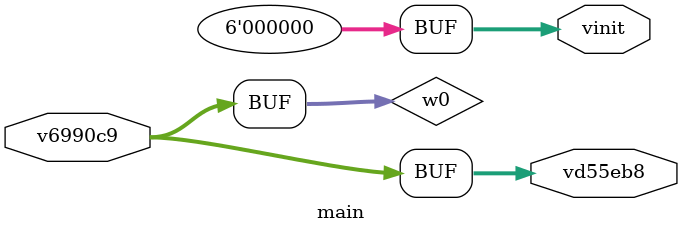
<source format=v>

`default_nettype none

module main (
 input [1:0] v6990c9,
 output [1:0] vd55eb8,
 output [0:5] vinit
);
 wire [0:1] w0;
 assign w0 = v6990c9;
 assign vd55eb8 = w0;
 assign vinit = 6'b000000;
endmodule


</source>
